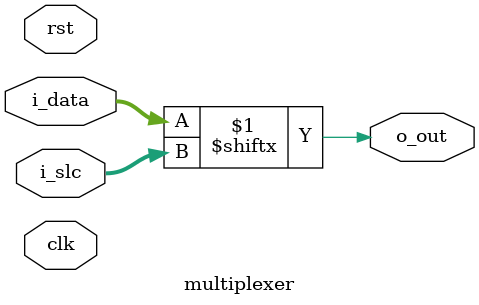
<source format=sv>
/*******************************************************************
* Nombre del modulo:
*  multiplexer.sv
* Descripcion:
*  Este modulo representa un multiplexor parametrizable 
* Entradas:
*  Clock, reset, selector y lo datos de forma binaria
* Salidas: 
*  Dato binario elegido
* Version: 
*  1.0
* Autores:
*  Carem Bernabe
*  Andres Hernandez
* Fecha: 
*  01/03/2019
********************************************************************/
module multiplexer #(
	//Numero de selectores
	parameter SLC = 2,
	//Ancho de palabra
	parameter DW  = 4
	)(
	//Inputs
	input 				clk,
	input 				rst,
	input  			[SLC-1:0]i_slc,
	input  			[DW-1:0]i_data,

	//Output
	output 			 	o_out
	);
	
	//Asignacion del dato elegido de acuerdo a la posicion
	// del selector
	assign o_out = i_data[i_slc];

endmodule


</source>
